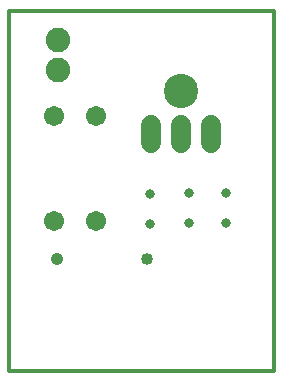
<source format=gts>
G75*
%MOIN*%
%OFA0B0*%
%FSLAX24Y24*%
%IPPOS*%
%LPD*%
%AMOC8*
5,1,8,0,0,1.08239X$1,22.5*
%
%ADD10C,0.0120*%
%ADD11C,0.1145*%
%ADD12C,0.0680*%
%ADD13C,0.0316*%
%ADD14C,0.0820*%
%ADD15C,0.0400*%
%ADD16C,0.0412*%
%ADD17C,0.0671*%
D10*
X000533Y000160D02*
X000533Y012160D01*
X009383Y012160D01*
X009383Y000160D01*
X000533Y000160D01*
D11*
X006283Y009510D03*
D12*
X006283Y008360D02*
X006283Y007760D01*
X005283Y007760D02*
X005283Y008360D01*
X007283Y008360D02*
X007283Y007760D01*
D13*
X007783Y006110D03*
X007783Y005110D03*
X006533Y005110D03*
X006533Y006110D03*
X005233Y006060D03*
X005233Y005060D03*
D14*
X002183Y010210D03*
X002183Y011210D03*
D15*
X005133Y003910D03*
D16*
X002133Y003910D03*
D17*
X002033Y005160D03*
X003433Y005160D03*
X003433Y008660D03*
X002033Y008660D03*
M02*

</source>
